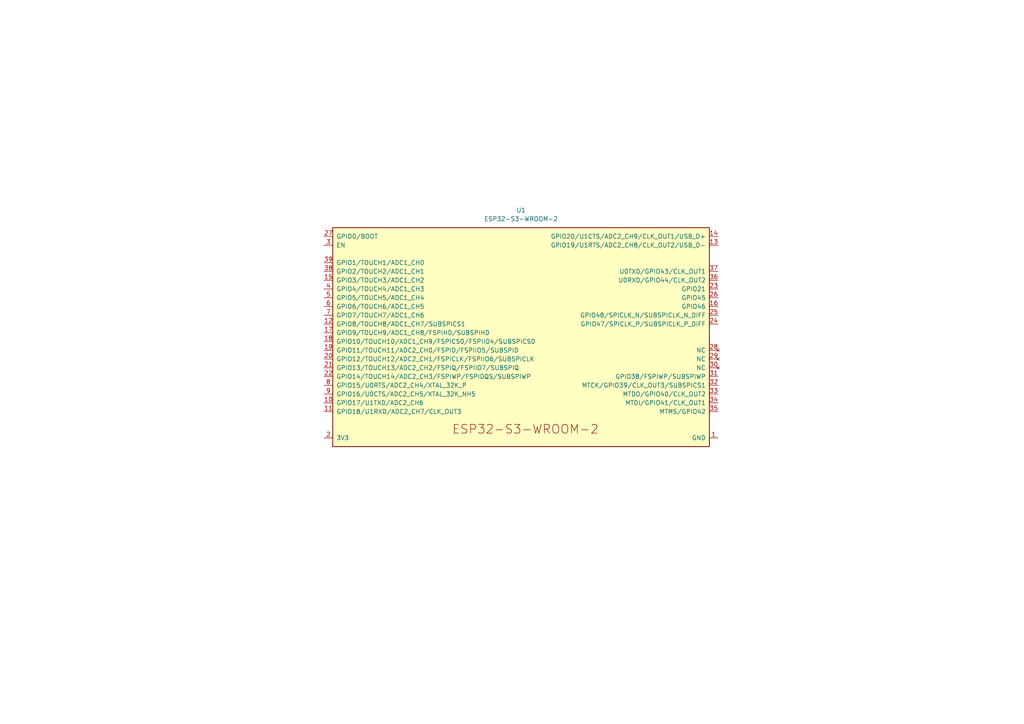
<source format=kicad_sch>
(kicad_sch (version 20211123) (generator eeschema)
  (paper "A4")
  (lib_symbols
    (symbol "Espressif:ESP32-S3-WROOM-2" (pin_names (offset 1.016))
      (property "Reference" "U" (at -55.88 38.1 0))
      (property "Value" "ESP32-S3-WROOM-2" (at -55.88 35.56 0))
      (symbol "ESP32-S3-WROOM-2_0_0"
        (rectangle (start -55.88 33.02) (end 53.34 -30.48) (stroke (width 0.254)) (fill (type background)))
        (text "ESP32-S3-WROOM-2" (at 0 -25.4 0) (effects (font (size 2.54 2.54))))
        (pin power_in line (at 55.88 -27.94 180) (length 2.54) (name "GND") (number "1"))
        (pin bidirectional line (at -58.42 -17.78 0) (length 2.54) (name "GPIO17/U1TXD/ADC2_CH6") (number "10"))
        (pin bidirectional line (at -58.42 -20.32 0) (length 2.54) (name "GPIO18/U1RXD/ADC2_CH7/CLK_OUT3") (number "11"))
        (pin bidirectional line (at -58.42 5.08 0) (length 2.54) (name "GPIO8/TOUCH8/ADC1_CH7/SUBSPICS1") (number "12"))
        (pin bidirectional line (at 55.88 27.94 180) (length 2.54) (name "GPIO19/U1RTS/ADC2_CH8/CLK_OUT2/USB_D-") (number "13"))
        (pin bidirectional line (at 55.88 30.48 180) (length 2.54) (name "GPIO20/U1CTS/ADC2_CH9/CLK_OUT1/USB_D+") (number "14"))
        (pin bidirectional line (at -58.42 17.78 0) (length 2.54) (name "GPIO3/TOUCH3/ADC1_CH2") (number "15"))
        (pin bidirectional line (at 55.88 10.16 180) (length 2.54) (name "GPIO46") (number "16"))
        (pin bidirectional line (at -58.42 2.54 0) (length 2.54) (name "GPIO9/TOUCH9/ADC1_CH8/FSPIHD/SUBSPIHD") (number "17"))
        (pin bidirectional line (at -58.42 0 0) (length 2.54) (name "GPIO10/TOUCH10/ADC1_CH9/FSPICS0/FSPIIO4/SUBSPICS0") (number "18"))
        (pin bidirectional line (at -58.42 -2.54 0) (length 2.54) (name "GPIO11/TOUCH11/ADC2_CH0/FSPID/FSPIIO5/SUBSPID") (number "19"))
        (pin power_in line (at -58.42 -27.94 0) (length 2.54) (name "3V3") (number "2"))
        (pin bidirectional line (at -58.42 -5.08 0) (length 2.54) (name "GPIO12/TOUCH12/ADC2_CH1/FSPICLK/FSPIIO6/SUBSPICLK") (number "20"))
        (pin bidirectional line (at -58.42 -7.62 0) (length 2.54) (name "GPIO13/TOUCH13/ADC2_CH2/FSPIQ/FSPIIO7/SUBSPIQ") (number "21"))
        (pin bidirectional line (at -58.42 -10.16 0) (length 2.54) (name "GPIO14/TOUCH14/ADC2_CH3/FSPIWP/FSPIDQS/SUBSPIWP") (number "22"))
        (pin bidirectional line (at 55.88 15.24 180) (length 2.54) (name "GPIO21") (number "23"))
        (pin bidirectional line (at 55.88 5.08 180) (length 2.54) (name "GPIO47/SPICLK_P/SUBSPICLK_P_DIFF") (number "24"))
        (pin bidirectional line (at 55.88 7.62 180) (length 2.54) (name "GPIO48/SPICLK_N/SUBSPICLK_N_DIFF") (number "25"))
        (pin bidirectional line (at 55.88 12.7 180) (length 2.54) (name "GPIO45") (number "26"))
        (pin bidirectional line (at -58.42 30.48 0) (length 2.54) (name "GPIO0/BOOT") (number "27"))
        (pin no_connect line (at 55.88 -2.54 180) (length 2.54) (name "NC") (number "28"))
        (pin no_connect line (at 55.88 -5.08 180) (length 2.54) (name "NC") (number "29"))
        (pin input line (at -58.42 27.94 0) (length 2.54) (name "EN") (number "3"))
        (pin no_connect line (at 55.88 -7.62 180) (length 2.54) (name "NC") (number "30"))
        (pin bidirectional line (at 55.88 -10.16 180) (length 2.54) (name "GPIO38/FSPIWP/SUBSPIWP") (number "31"))
        (pin bidirectional line (at 55.88 -12.7 180) (length 2.54) (name "MTCK/GPIO39/CLK_OUT3/SUBSPICS1") (number "32"))
        (pin bidirectional line (at 55.88 -15.24 180) (length 2.54) (name "MTDO/GPIO40/CLK_OUT2") (number "33"))
        (pin bidirectional line (at 55.88 -17.78 180) (length 2.54) (name "MTDI/GPIO41/CLK_OUT1") (number "34"))
        (pin bidirectional line (at 55.88 -20.32 180) (length 2.54) (name "MTMS/GPIO42") (number "35"))
        (pin bidirectional line (at 55.88 17.78 180) (length 2.54) (name "U0RXD/GPIO44/CLK_OUT2") (number "36"))
        (pin bidirectional line (at 55.88 20.32 180) (length 2.54) (name "U0TXD/GPIO43/CLK_OUT1") (number "37"))
        (pin bidirectional line (at -58.42 20.32 0) (length 2.54) (name "GPIO2/TOUCH2/ADC1_CH1") (number "38"))
        (pin bidirectional line (at -58.42 22.86 0) (length 2.54) (name "GPIO1/TOUCH1/ADC1_CH0") (number "39"))
        (pin bidirectional line (at -58.42 15.24 0) (length 2.54) (name "GPIO4/TOUCH4/ADC1_CH3") (number "4"))
        (pin passive line (at 55.88 -27.94 180) (length 2.54) hide (name "GND") (number "40"))
        (pin passive line (at 55.88 -27.94 180) (length 2.54) hide (name "GND") (number "41"))
        (pin bidirectional line (at -58.42 12.7 0) (length 2.54) (name "GPIO5/TOUCH5/ADC1_CH4") (number "5"))
        (pin bidirectional line (at -58.42 10.16 0) (length 2.54) (name "GPIO6/TOUCH6/ADC1_CH5") (number "6"))
        (pin bidirectional line (at -58.42 7.62 0) (length 2.54) (name "GPIO7/TOUCH7/ADC1_CH6") (number "7"))
        (pin bidirectional line (at -58.42 -12.7 0) (length 2.54) (name "GPIO15/U0RTS/ADC2_CH4/XTAL_32K_P") (number "8"))
        (pin bidirectional line (at -58.42 -15.24 0) (length 2.54) (name "GPIO16/U0CTS/ADC2_CH5/XTAL_32K_NH5") (number "9"))
      )
    )
  )
  (symbol (lib_id "Espressif:ESP32-S3-WROOM-2") (at 152.4 99.06 0) (unit 1)
    (property "Reference" "U1" (at 151.13 60.96 0))
    (property "Value" "ESP32-S3-WROOM-2" (at 151.13 63.5 0))
    (property "Footprint" "Espressif:ESP32-S3-WROOM-2" (effects hide))
    (property "Datasheet" "https://www.espressif.com/sites/default/files/documentation/esp32-s3-wroom-2_datasheet_en.pdf" (effects hide))
  )
)
</source>
